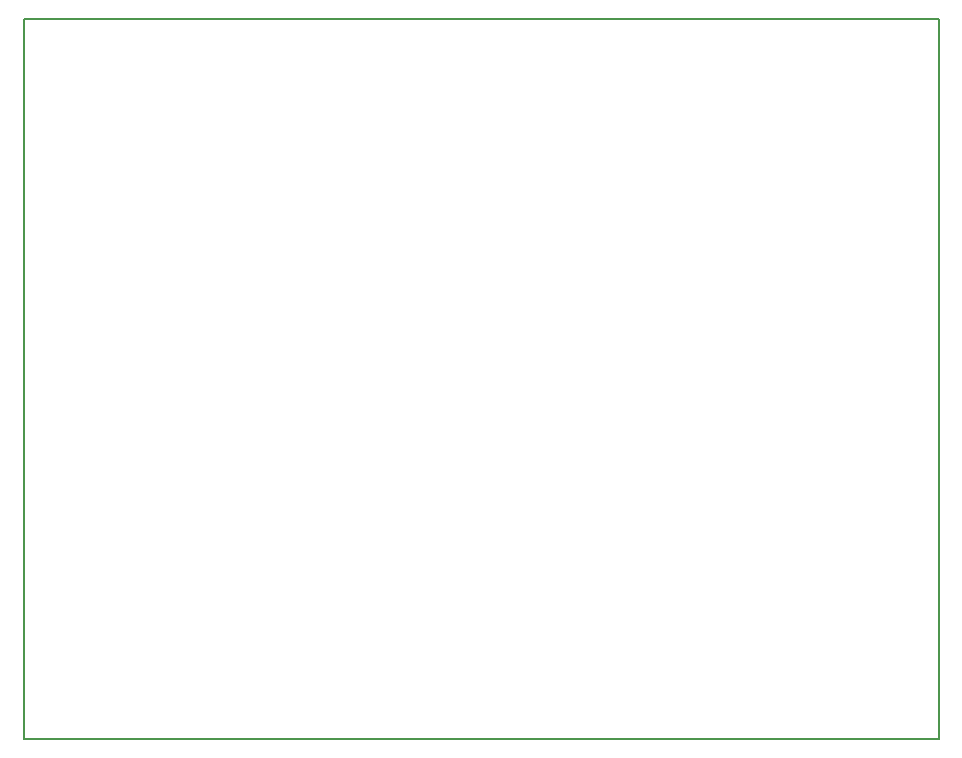
<source format=gbr>
G04 DipTrace 3.3.0.1*
G04 BoardOutline.gbr*
%MOMM*%
G04 #@! TF.FileFunction,Profile*
G04 #@! TF.Part,Single*
%ADD11C,0.14*%
%FSLAX35Y35*%
G04*
G71*
G90*
G75*
G01*
G04 BoardOutline*
%LPD*%
X1000000Y1000000D2*
D11*
Y7096000D1*
X8747000D1*
Y1000000D1*
X1000000D1*
M02*

</source>
